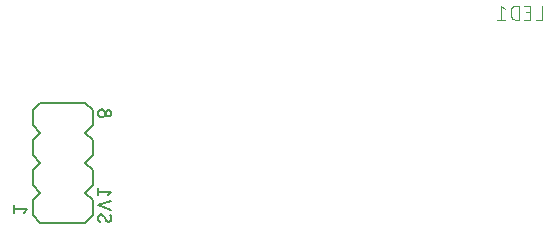
<source format=gbr>
G04 EAGLE Gerber RS-274X export*
G75*
%MOMM*%
%FSLAX34Y34*%
%LPD*%
%INSilkscreen Bottom*%
%IPPOS*%
%AMOC8*
5,1,8,0,0,1.08239X$1,22.5*%
G01*
%ADD10C,0.152400*%
%ADD11C,0.127000*%
%ADD12C,0.101600*%


D10*
X228600Y577850D02*
X228600Y590550D01*
X222250Y596900D01*
X228600Y603250D01*
X228600Y615950D01*
X222250Y622300D01*
X228600Y577850D02*
X222250Y571500D01*
X222250Y622300D02*
X228600Y628650D01*
X228600Y641350D01*
X222250Y647700D01*
X228600Y654050D02*
X228600Y666750D01*
X228600Y654050D02*
X222250Y647700D01*
X228600Y666750D02*
X222250Y673100D01*
X184150Y673100D01*
X184150Y596900D02*
X177800Y590550D01*
X177800Y615950D02*
X184150Y622300D01*
X177800Y615950D02*
X177800Y603250D01*
X184150Y596900D01*
X184150Y571500D02*
X222250Y571500D01*
X184150Y571500D02*
X177800Y577850D01*
X177800Y590550D01*
X177800Y641350D02*
X184150Y647700D01*
X177800Y641350D02*
X177800Y628650D01*
X184150Y622300D01*
X184150Y647700D02*
X177800Y654050D01*
X177800Y666750D01*
X184150Y673100D01*
D11*
X173355Y582930D02*
X170815Y579755D01*
X173355Y582930D02*
X161925Y582930D01*
X161925Y579755D02*
X161925Y586105D01*
X236220Y661035D02*
X236331Y661037D01*
X236441Y661043D01*
X236552Y661052D01*
X236662Y661066D01*
X236771Y661083D01*
X236880Y661104D01*
X236988Y661129D01*
X237095Y661158D01*
X237201Y661190D01*
X237306Y661226D01*
X237409Y661266D01*
X237511Y661309D01*
X237612Y661356D01*
X237711Y661407D01*
X237807Y661460D01*
X237902Y661517D01*
X237995Y661578D01*
X238086Y661641D01*
X238175Y661708D01*
X238261Y661778D01*
X238344Y661851D01*
X238426Y661926D01*
X238504Y662004D01*
X238579Y662086D01*
X238652Y662169D01*
X238722Y662255D01*
X238789Y662344D01*
X238852Y662435D01*
X238913Y662528D01*
X238970Y662623D01*
X239023Y662719D01*
X239074Y662818D01*
X239121Y662919D01*
X239164Y663021D01*
X239204Y663124D01*
X239240Y663229D01*
X239272Y663335D01*
X239301Y663442D01*
X239326Y663550D01*
X239347Y663659D01*
X239364Y663768D01*
X239378Y663878D01*
X239387Y663989D01*
X239393Y664099D01*
X239395Y664210D01*
X239393Y664321D01*
X239387Y664431D01*
X239378Y664542D01*
X239364Y664652D01*
X239347Y664761D01*
X239326Y664870D01*
X239301Y664978D01*
X239272Y665085D01*
X239240Y665191D01*
X239204Y665296D01*
X239164Y665399D01*
X239121Y665501D01*
X239074Y665602D01*
X239023Y665701D01*
X238970Y665797D01*
X238913Y665892D01*
X238852Y665985D01*
X238789Y666076D01*
X238722Y666165D01*
X238652Y666251D01*
X238579Y666334D01*
X238504Y666416D01*
X238426Y666494D01*
X238344Y666569D01*
X238261Y666642D01*
X238175Y666712D01*
X238086Y666779D01*
X237995Y666842D01*
X237902Y666903D01*
X237808Y666960D01*
X237711Y667013D01*
X237612Y667064D01*
X237511Y667111D01*
X237409Y667154D01*
X237306Y667194D01*
X237201Y667230D01*
X237095Y667262D01*
X236988Y667291D01*
X236880Y667316D01*
X236771Y667337D01*
X236662Y667354D01*
X236552Y667368D01*
X236441Y667377D01*
X236331Y667383D01*
X236220Y667385D01*
X236109Y667383D01*
X235999Y667377D01*
X235888Y667368D01*
X235778Y667354D01*
X235669Y667337D01*
X235560Y667316D01*
X235452Y667291D01*
X235345Y667262D01*
X235239Y667230D01*
X235134Y667194D01*
X235031Y667154D01*
X234929Y667111D01*
X234828Y667064D01*
X234729Y667013D01*
X234633Y666960D01*
X234538Y666903D01*
X234445Y666842D01*
X234354Y666779D01*
X234265Y666712D01*
X234179Y666642D01*
X234096Y666569D01*
X234014Y666494D01*
X233936Y666416D01*
X233861Y666334D01*
X233788Y666251D01*
X233718Y666165D01*
X233651Y666076D01*
X233588Y665985D01*
X233527Y665892D01*
X233470Y665798D01*
X233417Y665701D01*
X233366Y665602D01*
X233319Y665501D01*
X233276Y665399D01*
X233236Y665296D01*
X233200Y665191D01*
X233168Y665085D01*
X233139Y664978D01*
X233114Y664870D01*
X233093Y664761D01*
X233076Y664652D01*
X233062Y664542D01*
X233053Y664431D01*
X233047Y664321D01*
X233045Y664210D01*
X233047Y664099D01*
X233053Y663989D01*
X233062Y663878D01*
X233076Y663768D01*
X233093Y663659D01*
X233114Y663550D01*
X233139Y663442D01*
X233168Y663335D01*
X233200Y663229D01*
X233236Y663124D01*
X233276Y663021D01*
X233319Y662919D01*
X233366Y662818D01*
X233417Y662719D01*
X233470Y662623D01*
X233527Y662528D01*
X233588Y662435D01*
X233651Y662344D01*
X233718Y662255D01*
X233788Y662169D01*
X233861Y662086D01*
X233936Y662004D01*
X234014Y661926D01*
X234096Y661851D01*
X234179Y661778D01*
X234265Y661708D01*
X234354Y661641D01*
X234445Y661578D01*
X234538Y661517D01*
X234633Y661460D01*
X234729Y661407D01*
X234828Y661356D01*
X234929Y661309D01*
X235031Y661266D01*
X235134Y661226D01*
X235239Y661190D01*
X235345Y661158D01*
X235452Y661129D01*
X235560Y661104D01*
X235669Y661083D01*
X235778Y661066D01*
X235888Y661052D01*
X235999Y661043D01*
X236109Y661037D01*
X236220Y661035D01*
X241935Y661670D02*
X242035Y661672D01*
X242134Y661678D01*
X242234Y661688D01*
X242332Y661701D01*
X242431Y661719D01*
X242528Y661740D01*
X242624Y661765D01*
X242720Y661794D01*
X242814Y661827D01*
X242907Y661863D01*
X242998Y661903D01*
X243088Y661947D01*
X243176Y661994D01*
X243262Y662044D01*
X243346Y662098D01*
X243428Y662155D01*
X243507Y662215D01*
X243585Y662279D01*
X243659Y662345D01*
X243731Y662414D01*
X243800Y662486D01*
X243866Y662560D01*
X243930Y662638D01*
X243990Y662717D01*
X244047Y662799D01*
X244101Y662883D01*
X244151Y662969D01*
X244198Y663057D01*
X244242Y663147D01*
X244282Y663238D01*
X244318Y663331D01*
X244351Y663425D01*
X244380Y663521D01*
X244405Y663617D01*
X244426Y663714D01*
X244444Y663813D01*
X244457Y663911D01*
X244467Y664011D01*
X244473Y664110D01*
X244475Y664210D01*
X244473Y664310D01*
X244467Y664409D01*
X244457Y664509D01*
X244444Y664607D01*
X244426Y664706D01*
X244405Y664803D01*
X244380Y664899D01*
X244351Y664995D01*
X244318Y665089D01*
X244282Y665182D01*
X244242Y665273D01*
X244198Y665363D01*
X244151Y665451D01*
X244101Y665537D01*
X244047Y665621D01*
X243990Y665703D01*
X243930Y665782D01*
X243866Y665860D01*
X243800Y665934D01*
X243731Y666006D01*
X243659Y666075D01*
X243585Y666141D01*
X243507Y666205D01*
X243428Y666265D01*
X243346Y666322D01*
X243262Y666376D01*
X243176Y666426D01*
X243088Y666473D01*
X242998Y666517D01*
X242907Y666557D01*
X242814Y666593D01*
X242720Y666626D01*
X242624Y666655D01*
X242528Y666680D01*
X242431Y666701D01*
X242332Y666719D01*
X242234Y666732D01*
X242134Y666742D01*
X242035Y666748D01*
X241935Y666750D01*
X241835Y666748D01*
X241736Y666742D01*
X241636Y666732D01*
X241538Y666719D01*
X241439Y666701D01*
X241342Y666680D01*
X241246Y666655D01*
X241150Y666626D01*
X241056Y666593D01*
X240963Y666557D01*
X240872Y666517D01*
X240782Y666473D01*
X240694Y666426D01*
X240608Y666376D01*
X240524Y666322D01*
X240442Y666265D01*
X240363Y666205D01*
X240285Y666141D01*
X240211Y666075D01*
X240139Y666006D01*
X240070Y665934D01*
X240004Y665860D01*
X239940Y665782D01*
X239880Y665703D01*
X239823Y665621D01*
X239769Y665537D01*
X239719Y665451D01*
X239672Y665363D01*
X239628Y665273D01*
X239588Y665182D01*
X239552Y665089D01*
X239519Y664995D01*
X239490Y664899D01*
X239465Y664803D01*
X239444Y664706D01*
X239426Y664607D01*
X239413Y664509D01*
X239403Y664409D01*
X239397Y664310D01*
X239395Y664210D01*
X239397Y664110D01*
X239403Y664011D01*
X239413Y663911D01*
X239426Y663813D01*
X239444Y663714D01*
X239465Y663617D01*
X239490Y663521D01*
X239519Y663425D01*
X239552Y663331D01*
X239588Y663238D01*
X239628Y663147D01*
X239672Y663057D01*
X239719Y662969D01*
X239769Y662883D01*
X239823Y662799D01*
X239880Y662717D01*
X239940Y662638D01*
X240004Y662560D01*
X240070Y662486D01*
X240139Y662414D01*
X240211Y662345D01*
X240285Y662279D01*
X240363Y662215D01*
X240442Y662155D01*
X240524Y662098D01*
X240608Y662044D01*
X240694Y661994D01*
X240782Y661947D01*
X240872Y661903D01*
X240963Y661863D01*
X241056Y661827D01*
X241150Y661794D01*
X241246Y661765D01*
X241342Y661740D01*
X241439Y661719D01*
X241538Y661701D01*
X241636Y661688D01*
X241736Y661678D01*
X241835Y661672D01*
X241935Y661670D01*
X235585Y578485D02*
X235485Y578483D01*
X235386Y578477D01*
X235286Y578467D01*
X235188Y578454D01*
X235089Y578436D01*
X234992Y578415D01*
X234896Y578390D01*
X234800Y578361D01*
X234706Y578328D01*
X234613Y578292D01*
X234522Y578252D01*
X234432Y578208D01*
X234344Y578161D01*
X234258Y578111D01*
X234174Y578057D01*
X234092Y578000D01*
X234013Y577940D01*
X233935Y577876D01*
X233861Y577810D01*
X233789Y577741D01*
X233720Y577669D01*
X233654Y577595D01*
X233590Y577517D01*
X233530Y577438D01*
X233473Y577356D01*
X233419Y577272D01*
X233369Y577186D01*
X233322Y577098D01*
X233278Y577008D01*
X233238Y576917D01*
X233202Y576824D01*
X233169Y576730D01*
X233140Y576634D01*
X233115Y576538D01*
X233094Y576441D01*
X233076Y576342D01*
X233063Y576244D01*
X233053Y576144D01*
X233047Y576045D01*
X233045Y575945D01*
X233047Y575804D01*
X233052Y575663D01*
X233062Y575522D01*
X233075Y575381D01*
X233091Y575241D01*
X233112Y575101D01*
X233136Y574962D01*
X233164Y574823D01*
X233195Y574686D01*
X233230Y574549D01*
X233268Y574413D01*
X233310Y574278D01*
X233356Y574145D01*
X233405Y574012D01*
X233458Y573881D01*
X233514Y573752D01*
X233573Y573623D01*
X233636Y573497D01*
X233702Y573372D01*
X233771Y573249D01*
X233844Y573128D01*
X233920Y573009D01*
X233999Y572891D01*
X234080Y572776D01*
X234165Y572664D01*
X234253Y572553D01*
X234344Y572445D01*
X234437Y572339D01*
X234534Y572236D01*
X234633Y572135D01*
X241935Y572453D02*
X242035Y572455D01*
X242134Y572461D01*
X242234Y572471D01*
X242332Y572484D01*
X242431Y572502D01*
X242528Y572523D01*
X242624Y572548D01*
X242720Y572577D01*
X242814Y572610D01*
X242907Y572646D01*
X242998Y572686D01*
X243088Y572730D01*
X243176Y572777D01*
X243262Y572827D01*
X243346Y572881D01*
X243428Y572938D01*
X243507Y572998D01*
X243585Y573062D01*
X243659Y573128D01*
X243731Y573197D01*
X243800Y573269D01*
X243866Y573343D01*
X243930Y573421D01*
X243990Y573500D01*
X244047Y573582D01*
X244101Y573666D01*
X244151Y573752D01*
X244198Y573840D01*
X244242Y573930D01*
X244282Y574021D01*
X244318Y574114D01*
X244351Y574208D01*
X244380Y574304D01*
X244405Y574400D01*
X244426Y574497D01*
X244444Y574596D01*
X244457Y574694D01*
X244467Y574794D01*
X244473Y574893D01*
X244475Y574993D01*
X244476Y574993D02*
X244474Y575126D01*
X244469Y575259D01*
X244459Y575392D01*
X244446Y575525D01*
X244429Y575657D01*
X244409Y575789D01*
X244385Y575920D01*
X244357Y576050D01*
X244326Y576180D01*
X244291Y576308D01*
X244252Y576436D01*
X244210Y576562D01*
X244164Y576687D01*
X244115Y576811D01*
X244063Y576934D01*
X244007Y577055D01*
X243947Y577174D01*
X243885Y577292D01*
X243819Y577407D01*
X243750Y577521D01*
X243677Y577633D01*
X243602Y577743D01*
X243523Y577851D01*
X239712Y573722D02*
X239764Y573638D01*
X239819Y573555D01*
X239878Y573475D01*
X239939Y573397D01*
X240003Y573322D01*
X240071Y573249D01*
X240141Y573178D01*
X240213Y573111D01*
X240288Y573046D01*
X240366Y572984D01*
X240446Y572925D01*
X240528Y572869D01*
X240612Y572817D01*
X240698Y572768D01*
X240786Y572722D01*
X240876Y572679D01*
X240967Y572640D01*
X241060Y572605D01*
X241154Y572573D01*
X241249Y572545D01*
X241345Y572520D01*
X241442Y572500D01*
X241540Y572482D01*
X241638Y572469D01*
X241737Y572460D01*
X241836Y572454D01*
X241935Y572452D01*
X237808Y577215D02*
X237756Y577299D01*
X237701Y577382D01*
X237642Y577462D01*
X237581Y577540D01*
X237517Y577615D01*
X237449Y577688D01*
X237379Y577759D01*
X237307Y577826D01*
X237232Y577891D01*
X237154Y577953D01*
X237074Y578012D01*
X236992Y578068D01*
X236908Y578120D01*
X236822Y578169D01*
X236734Y578215D01*
X236644Y578258D01*
X236553Y578297D01*
X236460Y578332D01*
X236366Y578364D01*
X236271Y578392D01*
X236175Y578417D01*
X236078Y578437D01*
X235980Y578455D01*
X235882Y578468D01*
X235783Y578477D01*
X235684Y578483D01*
X235585Y578485D01*
X237808Y577215D02*
X239713Y573723D01*
X244475Y582549D02*
X233045Y586359D01*
X244475Y590169D01*
X241935Y594614D02*
X244475Y597789D01*
X233045Y597789D01*
X233045Y594614D02*
X233045Y600964D01*
D12*
X609092Y743458D02*
X609092Y755142D01*
X609092Y743458D02*
X603899Y743458D01*
X599186Y743458D02*
X593993Y743458D01*
X599186Y743458D02*
X599186Y755142D01*
X593993Y755142D01*
X595291Y749949D02*
X599186Y749949D01*
X589303Y755142D02*
X589303Y743458D01*
X589303Y755142D02*
X586057Y755142D01*
X585944Y755140D01*
X585831Y755134D01*
X585718Y755124D01*
X585605Y755110D01*
X585493Y755093D01*
X585382Y755071D01*
X585272Y755046D01*
X585162Y755016D01*
X585054Y754983D01*
X584947Y754946D01*
X584841Y754906D01*
X584737Y754861D01*
X584634Y754813D01*
X584533Y754762D01*
X584434Y754707D01*
X584337Y754649D01*
X584242Y754587D01*
X584149Y754522D01*
X584059Y754454D01*
X583971Y754383D01*
X583885Y754308D01*
X583802Y754231D01*
X583722Y754151D01*
X583645Y754068D01*
X583570Y753982D01*
X583499Y753894D01*
X583431Y753804D01*
X583366Y753711D01*
X583304Y753616D01*
X583246Y753519D01*
X583191Y753420D01*
X583140Y753319D01*
X583092Y753216D01*
X583047Y753112D01*
X583007Y753006D01*
X582970Y752899D01*
X582937Y752791D01*
X582907Y752681D01*
X582882Y752571D01*
X582860Y752460D01*
X582843Y752348D01*
X582829Y752235D01*
X582819Y752122D01*
X582813Y752009D01*
X582811Y751896D01*
X582812Y751896D02*
X582812Y746704D01*
X582811Y746704D02*
X582813Y746591D01*
X582819Y746478D01*
X582829Y746365D01*
X582843Y746252D01*
X582860Y746140D01*
X582882Y746029D01*
X582907Y745919D01*
X582937Y745809D01*
X582970Y745701D01*
X583007Y745594D01*
X583047Y745488D01*
X583092Y745384D01*
X583140Y745281D01*
X583191Y745180D01*
X583246Y745081D01*
X583304Y744984D01*
X583366Y744889D01*
X583431Y744796D01*
X583499Y744706D01*
X583570Y744618D01*
X583645Y744532D01*
X583722Y744449D01*
X583802Y744369D01*
X583885Y744292D01*
X583971Y744217D01*
X584059Y744146D01*
X584149Y744078D01*
X584242Y744013D01*
X584337Y743951D01*
X584434Y743893D01*
X584533Y743838D01*
X584634Y743787D01*
X584737Y743739D01*
X584841Y743694D01*
X584947Y743654D01*
X585054Y743617D01*
X585162Y743584D01*
X585272Y743554D01*
X585382Y743529D01*
X585493Y743507D01*
X585605Y743490D01*
X585718Y743476D01*
X585831Y743466D01*
X585944Y743460D01*
X586057Y743458D01*
X589303Y743458D01*
X577492Y752546D02*
X574246Y755142D01*
X574246Y743458D01*
X571001Y743458D02*
X577492Y743458D01*
M02*

</source>
